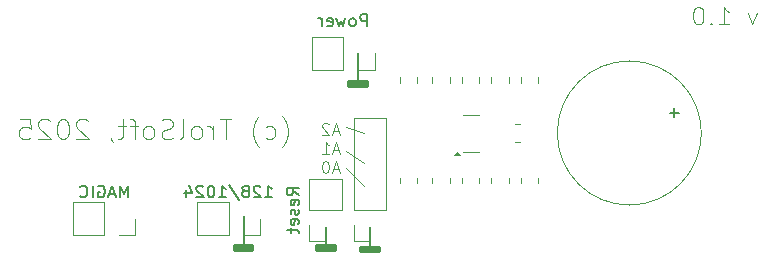
<source format=gbr>
G04 This is an RS-274x file exported by *
G04 gerbv version 2.10.0 *
G04 More information is available about gerbv at *
G04 https://gerbv.github.io/ *
G04 --End of header info--*
%MOIN*%
%FSLAX36Y36*%
%IPPOS*%
G04 --Define apertures--*
%ADD10C,0.0039*%
%ADD11C,0.0079*%
%ADD12C,0.0118*%
%ADD13C,0.0059*%
%ADD14C,0.0047*%
G04 --Start main section--*
G54D10*
G01X6937792Y-2965009D02*
G01X6923732Y-3004379D01*
G01X6923732Y-3004379D02*
G01X6909671Y-2965009D01*
G01X6811246Y-3004379D02*
G01X6844991Y-3004379D01*
G01X6828119Y-3004379D02*
G01X6828119Y-2945324D01*
G01X6828119Y-2945324D02*
G01X6833743Y-2953760D01*
G01X6833743Y-2953760D02*
G01X6839367Y-2959385D01*
G01X6839367Y-2959385D02*
G01X6844991Y-2962197D01*
G01X6785936Y-2998755D02*
G01X6783124Y-3001567D01*
G01X6783124Y-3001567D02*
G01X6785936Y-3004379D01*
G01X6785936Y-3004379D02*
G01X6788748Y-3001567D01*
G01X6788748Y-3001567D02*
G01X6785936Y-2998755D01*
G01X6785936Y-2998755D02*
G01X6785936Y-3004379D01*
G01X6746566Y-2945324D02*
G01X6740942Y-2945324D01*
G01X6740942Y-2945324D02*
G01X6735318Y-2948136D01*
G01X6735318Y-2948136D02*
G01X6732506Y-2950948D01*
G01X6732506Y-2950948D02*
G01X6729693Y-2956573D01*
G01X6729693Y-2956573D02*
G01X6726881Y-2967821D01*
G01X6726881Y-2967821D02*
G01X6726881Y-2981882D01*
G01X6726881Y-2981882D02*
G01X6729693Y-2993130D01*
G01X6729693Y-2993130D02*
G01X6732506Y-2998755D01*
G01X6732506Y-2998755D02*
G01X6735318Y-3001567D01*
G01X6735318Y-3001567D02*
G01X6740942Y-3004379D01*
G01X6740942Y-3004379D02*
G01X6746566Y-3004379D01*
G01X6746566Y-3004379D02*
G01X6752191Y-3001567D01*
G01X6752191Y-3001567D02*
G01X6755003Y-2998755D01*
G01X6755003Y-2998755D02*
G01X6757815Y-2993130D01*
G01X6757815Y-2993130D02*
G01X6760627Y-2981882D01*
G01X6760627Y-2981882D02*
G01X6760627Y-2967821D01*
G01X6760627Y-2967821D02*
G01X6757815Y-2956573D01*
G01X6757815Y-2956573D02*
G01X6755003Y-2950948D01*
G01X6755003Y-2950948D02*
G01X6752191Y-2948136D01*
G01X6752191Y-2948136D02*
G01X6746566Y-2945324D01*
G01X5356053Y-3412771D02*
G01X5359240Y-3409583D01*
G01X5359240Y-3409583D02*
G01X5365614Y-3400022D01*
G01X5365614Y-3400022D02*
G01X5368801Y-3393648D01*
G01X5368801Y-3393648D02*
G01X5371988Y-3384087D01*
G01X5371988Y-3384087D02*
G01X5375175Y-3368151D01*
G01X5375175Y-3368151D02*
G01X5375175Y-3355403D01*
G01X5375175Y-3355403D02*
G01X5371988Y-3339467D01*
G01X5371988Y-3339467D02*
G01X5368801Y-3329906D01*
G01X5368801Y-3329906D02*
G01X5365614Y-3323532D01*
G01X5365614Y-3323532D02*
G01X5359240Y-3313970D01*
G01X5359240Y-3313970D02*
G01X5356053Y-3310783D01*
G01X5301872Y-3384087D02*
G01X5308246Y-3387274D01*
G01X5308246Y-3387274D02*
G01X5320994Y-3387274D01*
G01X5320994Y-3387274D02*
G01X5327369Y-3384087D01*
G01X5327369Y-3384087D02*
G01X5330556Y-3380900D01*
G01X5330556Y-3380900D02*
G01X5333743Y-3374525D01*
G01X5333743Y-3374525D02*
G01X5333743Y-3355403D01*
G01X5333743Y-3355403D02*
G01X5330556Y-3349029D01*
G01X5330556Y-3349029D02*
G01X5327369Y-3345841D01*
G01X5327369Y-3345841D02*
G01X5320994Y-3342654D01*
G01X5320994Y-3342654D02*
G01X5308246Y-3342654D01*
G01X5308246Y-3342654D02*
G01X5301872Y-3345841D01*
G01X5279562Y-3412771D02*
G01X5276375Y-3409583D01*
G01X5276375Y-3409583D02*
G01X5270001Y-3400022D01*
G01X5270001Y-3400022D02*
G01X5266814Y-3393648D01*
G01X5266814Y-3393648D02*
G01X5263627Y-3384087D01*
G01X5263627Y-3384087D02*
G01X5260439Y-3368151D01*
G01X5260439Y-3368151D02*
G01X5260439Y-3355403D01*
G01X5260439Y-3355403D02*
G01X5263627Y-3339467D01*
G01X5263627Y-3339467D02*
G01X5266814Y-3329906D01*
G01X5266814Y-3329906D02*
G01X5270001Y-3323532D01*
G01X5270001Y-3323532D02*
G01X5276375Y-3313970D01*
G01X5276375Y-3313970D02*
G01X5279562Y-3310783D01*
G01X5187136Y-3320345D02*
G01X5148891Y-3320345D01*
G01X5168014Y-3387274D02*
G01X5168014Y-3320345D01*
G01X5126581Y-3387274D02*
G01X5126581Y-3342654D01*
G01X5126581Y-3355403D02*
G01X5123394Y-3349029D01*
G01X5123394Y-3349029D02*
G01X5120207Y-3345841D01*
G01X5120207Y-3345841D02*
G01X5113833Y-3342654D01*
G01X5113833Y-3342654D02*
G01X5107459Y-3342654D01*
G01X5075588Y-3387274D02*
G01X5081962Y-3384087D01*
G01X5081962Y-3384087D02*
G01X5085149Y-3380900D01*
G01X5085149Y-3380900D02*
G01X5088336Y-3374525D01*
G01X5088336Y-3374525D02*
G01X5088336Y-3355403D01*
G01X5088336Y-3355403D02*
G01X5085149Y-3349029D01*
G01X5085149Y-3349029D02*
G01X5081962Y-3345841D01*
G01X5081962Y-3345841D02*
G01X5075588Y-3342654D01*
G01X5075588Y-3342654D02*
G01X5066026Y-3342654D01*
G01X5066026Y-3342654D02*
G01X5059652Y-3345841D01*
G01X5059652Y-3345841D02*
G01X5056465Y-3349029D01*
G01X5056465Y-3349029D02*
G01X5053278Y-3355403D01*
G01X5053278Y-3355403D02*
G01X5053278Y-3374525D01*
G01X5053278Y-3374525D02*
G01X5056465Y-3380900D01*
G01X5056465Y-3380900D02*
G01X5059652Y-3384087D01*
G01X5059652Y-3384087D02*
G01X5066026Y-3387274D01*
G01X5066026Y-3387274D02*
G01X5075588Y-3387274D01*
G01X5015033Y-3387274D02*
G01X5021407Y-3384087D01*
G01X5021407Y-3384087D02*
G01X5024594Y-3377712D01*
G01X5024594Y-3377712D02*
G01X5024594Y-3320345D01*
G01X4992723Y-3384087D02*
G01X4983162Y-3387274D01*
G01X4983162Y-3387274D02*
G01X4967226Y-3387274D01*
G01X4967226Y-3387274D02*
G01X4960852Y-3384087D01*
G01X4960852Y-3384087D02*
G01X4957665Y-3380900D01*
G01X4957665Y-3380900D02*
G01X4954478Y-3374525D01*
G01X4954478Y-3374525D02*
G01X4954478Y-3368151D01*
G01X4954478Y-3368151D02*
G01X4957665Y-3361777D01*
G01X4957665Y-3361777D02*
G01X4960852Y-3358590D01*
G01X4960852Y-3358590D02*
G01X4967226Y-3355403D01*
G01X4967226Y-3355403D02*
G01X4979975Y-3352216D01*
G01X4979975Y-3352216D02*
G01X4986349Y-3349029D01*
G01X4986349Y-3349029D02*
G01X4989536Y-3345841D01*
G01X4989536Y-3345841D02*
G01X4992723Y-3339467D01*
G01X4992723Y-3339467D02*
G01X4992723Y-3333093D01*
G01X4992723Y-3333093D02*
G01X4989536Y-3326719D01*
G01X4989536Y-3326719D02*
G01X4986349Y-3323532D01*
G01X4986349Y-3323532D02*
G01X4979975Y-3320345D01*
G01X4979975Y-3320345D02*
G01X4964039Y-3320345D01*
G01X4964039Y-3320345D02*
G01X4954478Y-3323532D01*
G01X4916233Y-3387274D02*
G01X4922607Y-3384087D01*
G01X4922607Y-3384087D02*
G01X4925794Y-3380900D01*
G01X4925794Y-3380900D02*
G01X4928981Y-3374525D01*
G01X4928981Y-3374525D02*
G01X4928981Y-3355403D01*
G01X4928981Y-3355403D02*
G01X4925794Y-3349029D01*
G01X4925794Y-3349029D02*
G01X4922607Y-3345841D01*
G01X4922607Y-3345841D02*
G01X4916233Y-3342654D01*
G01X4916233Y-3342654D02*
G01X4906671Y-3342654D01*
G01X4906671Y-3342654D02*
G01X4900297Y-3345841D01*
G01X4900297Y-3345841D02*
G01X4897110Y-3349029D01*
G01X4897110Y-3349029D02*
G01X4893923Y-3355403D01*
G01X4893923Y-3355403D02*
G01X4893923Y-3374525D01*
G01X4893923Y-3374525D02*
G01X4897110Y-3380900D01*
G01X4897110Y-3380900D02*
G01X4900297Y-3384087D01*
G01X4900297Y-3384087D02*
G01X4906671Y-3387274D01*
G01X4906671Y-3387274D02*
G01X4916233Y-3387274D01*
G01X4874800Y-3342654D02*
G01X4849303Y-3342654D01*
G01X4865239Y-3387274D02*
G01X4865239Y-3329906D01*
G01X4865239Y-3329906D02*
G01X4862052Y-3323532D01*
G01X4862052Y-3323532D02*
G01X4855678Y-3320345D01*
G01X4855678Y-3320345D02*
G01X4849303Y-3320345D01*
G01X4836555Y-3342654D02*
G01X4811058Y-3342654D01*
G01X4826994Y-3320345D02*
G01X4826994Y-3377712D01*
G01X4826994Y-3377712D02*
G01X4823807Y-3384087D01*
G01X4823807Y-3384087D02*
G01X4817432Y-3387274D01*
G01X4817432Y-3387274D02*
G01X4811058Y-3387274D01*
G01X4785561Y-3384087D02*
G01X4785561Y-3387274D01*
G01X4785561Y-3387274D02*
G01X4788748Y-3393648D01*
G01X4788748Y-3393648D02*
G01X4791936Y-3396835D01*
G01X4709071Y-3326719D02*
G01X4705884Y-3323532D01*
G01X4705884Y-3323532D02*
G01X4699510Y-3320345D01*
G01X4699510Y-3320345D02*
G01X4683574Y-3320345D01*
G01X4683574Y-3320345D02*
G01X4677200Y-3323532D01*
G01X4677200Y-3323532D02*
G01X4674013Y-3326719D01*
G01X4674013Y-3326719D02*
G01X4670826Y-3333093D01*
G01X4670826Y-3333093D02*
G01X4670826Y-3339467D01*
G01X4670826Y-3339467D02*
G01X4674013Y-3349029D01*
G01X4674013Y-3349029D02*
G01X4712258Y-3387274D01*
G01X4712258Y-3387274D02*
G01X4670826Y-3387274D01*
G01X4629393Y-3320345D02*
G01X4623019Y-3320345D01*
G01X4623019Y-3320345D02*
G01X4616645Y-3323532D01*
G01X4616645Y-3323532D02*
G01X4613458Y-3326719D01*
G01X4613458Y-3326719D02*
G01X4610271Y-3333093D01*
G01X4610271Y-3333093D02*
G01X4607084Y-3345841D01*
G01X4607084Y-3345841D02*
G01X4607084Y-3361777D01*
G01X4607084Y-3361777D02*
G01X4610271Y-3374525D01*
G01X4610271Y-3374525D02*
G01X4613458Y-3380900D01*
G01X4613458Y-3380900D02*
G01X4616645Y-3384087D01*
G01X4616645Y-3384087D02*
G01X4623019Y-3387274D01*
G01X4623019Y-3387274D02*
G01X4629393Y-3387274D01*
G01X4629393Y-3387274D02*
G01X4635768Y-3384087D01*
G01X4635768Y-3384087D02*
G01X4638955Y-3380900D01*
G01X4638955Y-3380900D02*
G01X4642142Y-3374525D01*
G01X4642142Y-3374525D02*
G01X4645329Y-3361777D01*
G01X4645329Y-3361777D02*
G01X4645329Y-3345841D01*
G01X4645329Y-3345841D02*
G01X4642142Y-3333093D01*
G01X4642142Y-3333093D02*
G01X4638955Y-3326719D01*
G01X4638955Y-3326719D02*
G01X4635768Y-3323532D01*
G01X4635768Y-3323532D02*
G01X4629393Y-3320345D01*
G01X4581587Y-3326719D02*
G01X4578400Y-3323532D01*
G01X4578400Y-3323532D02*
G01X4572026Y-3320345D01*
G01X4572026Y-3320345D02*
G01X4556090Y-3320345D01*
G01X4556090Y-3320345D02*
G01X4549716Y-3323532D01*
G01X4549716Y-3323532D02*
G01X4546529Y-3326719D01*
G01X4546529Y-3326719D02*
G01X4543342Y-3333093D01*
G01X4543342Y-3333093D02*
G01X4543342Y-3339467D01*
G01X4543342Y-3339467D02*
G01X4546529Y-3349029D01*
G01X4546529Y-3349029D02*
G01X4584774Y-3387274D01*
G01X4584774Y-3387274D02*
G01X4543342Y-3387274D01*
G01X4482787Y-3320345D02*
G01X4514658Y-3320345D01*
G01X4514658Y-3320345D02*
G01X4517845Y-3352216D01*
G01X4517845Y-3352216D02*
G01X4514658Y-3349029D01*
G01X4514658Y-3349029D02*
G01X4508283Y-3345841D01*
G01X4508283Y-3345841D02*
G01X4492348Y-3345841D01*
G01X4492348Y-3345841D02*
G01X4485974Y-3349029D01*
G01X4485974Y-3349029D02*
G01X4482787Y-3352216D01*
G01X4482787Y-3352216D02*
G01X4479600Y-3358590D01*
G01X4479600Y-3358590D02*
G01X4479600Y-3374525D01*
G01X4479600Y-3374525D02*
G01X4482787Y-3380900D01*
G01X4482787Y-3380900D02*
G01X4485974Y-3384087D01*
G01X4485974Y-3384087D02*
G01X4492348Y-3387274D01*
G01X4492348Y-3387274D02*
G01X4508283Y-3387274D01*
G01X4508283Y-3387274D02*
G01X4514658Y-3384087D01*
G01X4514658Y-3384087D02*
G01X4517845Y-3380900D01*
G01X5570866Y-3346457D02*
G01X5629921Y-3366142D01*
G01X5570866Y-3425197D02*
G01X5629921Y-3464567D01*
G01X5570866Y-3484252D02*
G01X5629921Y-3543307D01*
G01X5546210Y-3360898D02*
G01X5527462Y-3360898D01*
G01X5549960Y-3372147D02*
G01X5536836Y-3332777D01*
G01X5536836Y-3332777D02*
G01X5523713Y-3372147D01*
G01X5512464Y-3336526D02*
G01X5510589Y-3334652D01*
G01X5510589Y-3334652D02*
G01X5506840Y-3332777D01*
G01X5506840Y-3332777D02*
G01X5497466Y-3332777D01*
G01X5497466Y-3332777D02*
G01X5493717Y-3334652D01*
G01X5493717Y-3334652D02*
G01X5491842Y-3336526D01*
G01X5491842Y-3336526D02*
G01X5489967Y-3340276D01*
G01X5489967Y-3340276D02*
G01X5489967Y-3344025D01*
G01X5489967Y-3344025D02*
G01X5491842Y-3349650D01*
G01X5491842Y-3349650D02*
G01X5514339Y-3372147D01*
G01X5514339Y-3372147D02*
G01X5489967Y-3372147D01*
G01X5546210Y-3424282D02*
G01X5527462Y-3424282D01*
G01X5549960Y-3435531D02*
G01X5536836Y-3396160D01*
G01X5536836Y-3396160D02*
G01X5523713Y-3435531D01*
G01X5489967Y-3435531D02*
G01X5512464Y-3435531D01*
G01X5501216Y-3435531D02*
G01X5501216Y-3396160D01*
G01X5501216Y-3396160D02*
G01X5504965Y-3401785D01*
G01X5504965Y-3401785D02*
G01X5508715Y-3405534D01*
G01X5508715Y-3405534D02*
G01X5512464Y-3407409D01*
G01X5546210Y-3487666D02*
G01X5527462Y-3487666D01*
G01X5549960Y-3498914D02*
G01X5536836Y-3459544D01*
G01X5536836Y-3459544D02*
G01X5523713Y-3498914D01*
G01X5503090Y-3459544D02*
G01X5499341Y-3459544D01*
G01X5499341Y-3459544D02*
G01X5495591Y-3461419D01*
G01X5495591Y-3461419D02*
G01X5493717Y-3463294D01*
G01X5493717Y-3463294D02*
G01X5491842Y-3467043D01*
G01X5491842Y-3467043D02*
G01X5489967Y-3474542D01*
G01X5489967Y-3474542D02*
G01X5489967Y-3483916D01*
G01X5489967Y-3483916D02*
G01X5491842Y-3491415D01*
G01X5491842Y-3491415D02*
G01X5493717Y-3495165D01*
G01X5493717Y-3495165D02*
G01X5495591Y-3497039D01*
G01X5495591Y-3497039D02*
G01X5499341Y-3498914D01*
G01X5499341Y-3498914D02*
G01X5503090Y-3498914D01*
G01X5503090Y-3498914D02*
G01X5506840Y-3497039D01*
G01X5506840Y-3497039D02*
G01X5508715Y-3495165D01*
G01X5508715Y-3495165D02*
G01X5510589Y-3491415D01*
G01X5510589Y-3491415D02*
G01X5512464Y-3483916D01*
G01X5512464Y-3483916D02*
G01X5512464Y-3474542D01*
G01X5512464Y-3474542D02*
G01X5510589Y-3467043D01*
G01X5510589Y-3467043D02*
G01X5508715Y-3463294D01*
G01X5508715Y-3463294D02*
G01X5506840Y-3461419D01*
G01X5506840Y-3461419D02*
G01X5503090Y-3459544D01*
G54D11*
G01X5610236Y-3100394D02*
G01X5610236Y-3197244D01*
G54D12*
G01X5580709Y-3197244D02*
G01X5639764Y-3197244D01*
G01X5639764Y-3197244D02*
G01X5639764Y-3208661D01*
G01X5639764Y-3208661D02*
G01X5580709Y-3208661D01*
G01X5580709Y-3208661D02*
G01X5580709Y-3197244D01*
G01X5620079Y-3748228D02*
G01X5679134Y-3748228D01*
G01X5679134Y-3748228D02*
G01X5679134Y-3759646D01*
G01X5679134Y-3759646D02*
G01X5620079Y-3759646D01*
G01X5620079Y-3759646D02*
G01X5620079Y-3748228D01*
G01X5198425Y-3744291D02*
G01X5257480Y-3744291D01*
G01X5257480Y-3744291D02*
G01X5257480Y-3755709D01*
G01X5257480Y-3755709D02*
G01X5198425Y-3755709D01*
G01X5198425Y-3755709D02*
G01X5198425Y-3744291D01*
G01X5472441Y-3744291D02*
G01X5531496Y-3744291D01*
G01X5531496Y-3744291D02*
G01X5531496Y-3755709D01*
G01X5531496Y-3755709D02*
G01X5472441Y-3755709D01*
G01X5472441Y-3755709D02*
G01X5472441Y-3744291D01*
G54D11*
G01X5501969Y-3727165D02*
G01X5501969Y-3681102D01*
G01X5501969Y-3727165D02*
G01X5501969Y-3750000D01*
G01X5649606Y-3681102D02*
G01X5649606Y-3759843D01*
G01X5227953Y-3641732D02*
G01X5227953Y-3740157D01*
G54D13*
G01X4842520Y-3580898D02*
G01X4842520Y-3541528D01*
G01X4842520Y-3541528D02*
G01X4829396Y-3569650D01*
G01X4829396Y-3569650D02*
G01X4816273Y-3541528D01*
G01X4816273Y-3541528D02*
G01X4816273Y-3580898D01*
G01X4799400Y-3569650D02*
G01X4780652Y-3569650D01*
G01X4803150Y-3580898D02*
G01X4790026Y-3541528D01*
G01X4790026Y-3541528D02*
G01X4776903Y-3580898D01*
G01X4743157Y-3543403D02*
G01X4746907Y-3541528D01*
G01X4746907Y-3541528D02*
G01X4752531Y-3541528D01*
G01X4752531Y-3541528D02*
G01X4758155Y-3543403D01*
G01X4758155Y-3543403D02*
G01X4761905Y-3547153D01*
G01X4761905Y-3547153D02*
G01X4763779Y-3550902D01*
G01X4763779Y-3550902D02*
G01X4765654Y-3558401D01*
G01X4765654Y-3558401D02*
G01X4765654Y-3564025D01*
G01X4765654Y-3564025D02*
G01X4763779Y-3571525D01*
G01X4763779Y-3571525D02*
G01X4761905Y-3575274D01*
G01X4761905Y-3575274D02*
G01X4758155Y-3579024D01*
G01X4758155Y-3579024D02*
G01X4752531Y-3580898D01*
G01X4752531Y-3580898D02*
G01X4748781Y-3580898D01*
G01X4748781Y-3580898D02*
G01X4743157Y-3579024D01*
G01X4743157Y-3579024D02*
G01X4741282Y-3577149D01*
G01X4741282Y-3577149D02*
G01X4741282Y-3564025D01*
G01X4741282Y-3564025D02*
G01X4748781Y-3564025D01*
G01X4724409Y-3580898D02*
G01X4724409Y-3541528D01*
G01X4683165Y-3577149D02*
G01X4685039Y-3579024D01*
G01X4685039Y-3579024D02*
G01X4690664Y-3580898D01*
G01X4690664Y-3580898D02*
G01X4694413Y-3580898D01*
G01X4694413Y-3580898D02*
G01X4700037Y-3579024D01*
G01X4700037Y-3579024D02*
G01X4703787Y-3575274D01*
G01X4703787Y-3575274D02*
G01X4705662Y-3571525D01*
G01X4705662Y-3571525D02*
G01X4707537Y-3564025D01*
G01X4707537Y-3564025D02*
G01X4707537Y-3558401D01*
G01X4707537Y-3558401D02*
G01X4705662Y-3550902D01*
G01X4705662Y-3550902D02*
G01X4703787Y-3547153D01*
G01X4703787Y-3547153D02*
G01X4700037Y-3543403D01*
G01X4700037Y-3543403D02*
G01X4694413Y-3541528D01*
G01X4694413Y-3541528D02*
G01X4690664Y-3541528D01*
G01X4690664Y-3541528D02*
G01X4685039Y-3543403D01*
G01X4685039Y-3543403D02*
G01X4683165Y-3545278D01*
G01X5299025Y-3580898D02*
G01X5321522Y-3580898D01*
G01X5310274Y-3580898D02*
G01X5310274Y-3541528D01*
G01X5310274Y-3541528D02*
G01X5314023Y-3547153D01*
G01X5314023Y-3547153D02*
G01X5317773Y-3550902D01*
G01X5317773Y-3550902D02*
G01X5321522Y-3552777D01*
G01X5284027Y-3545278D02*
G01X5282152Y-3543403D01*
G01X5282152Y-3543403D02*
G01X5278403Y-3541528D01*
G01X5278403Y-3541528D02*
G01X5269029Y-3541528D01*
G01X5269029Y-3541528D02*
G01X5265279Y-3543403D01*
G01X5265279Y-3543403D02*
G01X5263405Y-3545278D01*
G01X5263405Y-3545278D02*
G01X5261530Y-3549027D01*
G01X5261530Y-3549027D02*
G01X5261530Y-3552777D01*
G01X5261530Y-3552777D02*
G01X5263405Y-3558401D01*
G01X5263405Y-3558401D02*
G01X5285902Y-3580898D01*
G01X5285902Y-3580898D02*
G01X5261530Y-3580898D01*
G01X5239033Y-3558401D02*
G01X5242782Y-3556526D01*
G01X5242782Y-3556526D02*
G01X5244657Y-3554652D01*
G01X5244657Y-3554652D02*
G01X5246532Y-3550902D01*
G01X5246532Y-3550902D02*
G01X5246532Y-3549027D01*
G01X5246532Y-3549027D02*
G01X5244657Y-3545278D01*
G01X5244657Y-3545278D02*
G01X5242782Y-3543403D01*
G01X5242782Y-3543403D02*
G01X5239033Y-3541528D01*
G01X5239033Y-3541528D02*
G01X5231534Y-3541528D01*
G01X5231534Y-3541528D02*
G01X5227784Y-3543403D01*
G01X5227784Y-3543403D02*
G01X5225909Y-3545278D01*
G01X5225909Y-3545278D02*
G01X5224034Y-3549027D01*
G01X5224034Y-3549027D02*
G01X5224034Y-3550902D01*
G01X5224034Y-3550902D02*
G01X5225909Y-3554652D01*
G01X5225909Y-3554652D02*
G01X5227784Y-3556526D01*
G01X5227784Y-3556526D02*
G01X5231534Y-3558401D01*
G01X5231534Y-3558401D02*
G01X5239033Y-3558401D01*
G01X5239033Y-3558401D02*
G01X5242782Y-3560276D01*
G01X5242782Y-3560276D02*
G01X5244657Y-3562151D01*
G01X5244657Y-3562151D02*
G01X5246532Y-3565900D01*
G01X5246532Y-3565900D02*
G01X5246532Y-3573399D01*
G01X5246532Y-3573399D02*
G01X5244657Y-3577149D01*
G01X5244657Y-3577149D02*
G01X5242782Y-3579024D01*
G01X5242782Y-3579024D02*
G01X5239033Y-3580898D01*
G01X5239033Y-3580898D02*
G01X5231534Y-3580898D01*
G01X5231534Y-3580898D02*
G01X5227784Y-3579024D01*
G01X5227784Y-3579024D02*
G01X5225909Y-3577149D01*
G01X5225909Y-3577149D02*
G01X5224034Y-3573399D01*
G01X5224034Y-3573399D02*
G01X5224034Y-3565900D01*
G01X5224034Y-3565900D02*
G01X5225909Y-3562151D01*
G01X5225909Y-3562151D02*
G01X5227784Y-3560276D01*
G01X5227784Y-3560276D02*
G01X5231534Y-3558401D01*
G01X5179040Y-3539654D02*
G01X5212786Y-3590272D01*
G01X5145294Y-3580898D02*
G01X5167791Y-3580898D01*
G01X5156543Y-3580898D02*
G01X5156543Y-3541528D01*
G01X5156543Y-3541528D02*
G01X5160292Y-3547153D01*
G01X5160292Y-3547153D02*
G01X5164042Y-3550902D01*
G01X5164042Y-3550902D02*
G01X5167791Y-3552777D01*
G01X5120922Y-3541528D02*
G01X5117173Y-3541528D01*
G01X5117173Y-3541528D02*
G01X5113423Y-3543403D01*
G01X5113423Y-3543403D02*
G01X5111549Y-3545278D01*
G01X5111549Y-3545278D02*
G01X5109674Y-3549027D01*
G01X5109674Y-3549027D02*
G01X5107799Y-3556526D01*
G01X5107799Y-3556526D02*
G01X5107799Y-3565900D01*
G01X5107799Y-3565900D02*
G01X5109674Y-3573399D01*
G01X5109674Y-3573399D02*
G01X5111549Y-3577149D01*
G01X5111549Y-3577149D02*
G01X5113423Y-3579024D01*
G01X5113423Y-3579024D02*
G01X5117173Y-3580898D01*
G01X5117173Y-3580898D02*
G01X5120922Y-3580898D01*
G01X5120922Y-3580898D02*
G01X5124672Y-3579024D01*
G01X5124672Y-3579024D02*
G01X5126547Y-3577149D01*
G01X5126547Y-3577149D02*
G01X5128421Y-3573399D01*
G01X5128421Y-3573399D02*
G01X5130296Y-3565900D01*
G01X5130296Y-3565900D02*
G01X5130296Y-3556526D01*
G01X5130296Y-3556526D02*
G01X5128421Y-3549027D01*
G01X5128421Y-3549027D02*
G01X5126547Y-3545278D01*
G01X5126547Y-3545278D02*
G01X5124672Y-3543403D01*
G01X5124672Y-3543403D02*
G01X5120922Y-3541528D01*
G01X5092801Y-3545278D02*
G01X5090926Y-3543403D01*
G01X5090926Y-3543403D02*
G01X5087177Y-3541528D01*
G01X5087177Y-3541528D02*
G01X5077803Y-3541528D01*
G01X5077803Y-3541528D02*
G01X5074053Y-3543403D01*
G01X5074053Y-3543403D02*
G01X5072178Y-3545278D01*
G01X5072178Y-3545278D02*
G01X5070304Y-3549027D01*
G01X5070304Y-3549027D02*
G01X5070304Y-3552777D01*
G01X5070304Y-3552777D02*
G01X5072178Y-3558401D01*
G01X5072178Y-3558401D02*
G01X5094676Y-3580898D01*
G01X5094676Y-3580898D02*
G01X5070304Y-3580898D01*
G01X5036558Y-3554652D02*
G01X5036558Y-3580898D01*
G01X5045932Y-3539654D02*
G01X5055306Y-3567775D01*
G01X5055306Y-3567775D02*
G01X5030934Y-3567775D01*
G01X6678384Y-3298184D02*
G01X6648388Y-3298184D01*
G01X6663386Y-3313182D02*
G01X6663386Y-3283186D01*
G01X5411607Y-3573303D02*
G01X5392859Y-3560180D01*
G01X5411607Y-3550806D02*
G01X5372237Y-3550806D01*
G01X5372237Y-3550806D02*
G01X5372237Y-3565804D01*
G01X5372237Y-3565804D02*
G01X5374112Y-3569554D01*
G01X5374112Y-3569554D02*
G01X5375986Y-3571429D01*
G01X5375986Y-3571429D02*
G01X5379736Y-3573303D01*
G01X5379736Y-3573303D02*
G01X5385360Y-3573303D01*
G01X5385360Y-3573303D02*
G01X5389110Y-3571429D01*
G01X5389110Y-3571429D02*
G01X5390985Y-3569554D01*
G01X5390985Y-3569554D02*
G01X5392859Y-3565804D01*
G01X5392859Y-3565804D02*
G01X5392859Y-3550806D01*
G01X5409732Y-3605174D02*
G01X5411607Y-3601425D01*
G01X5411607Y-3601425D02*
G01X5411607Y-3593926D01*
G01X5411607Y-3593926D02*
G01X5409732Y-3590176D01*
G01X5409732Y-3590176D02*
G01X5405983Y-3588301D01*
G01X5405983Y-3588301D02*
G01X5390985Y-3588301D01*
G01X5390985Y-3588301D02*
G01X5387235Y-3590176D01*
G01X5387235Y-3590176D02*
G01X5385360Y-3593926D01*
G01X5385360Y-3593926D02*
G01X5385360Y-3601425D01*
G01X5385360Y-3601425D02*
G01X5387235Y-3605174D01*
G01X5387235Y-3605174D02*
G01X5390985Y-3607049D01*
G01X5390985Y-3607049D02*
G01X5394734Y-3607049D01*
G01X5394734Y-3607049D02*
G01X5398484Y-3588301D01*
G01X5409732Y-3622047D02*
G01X5411607Y-3625797D01*
G01X5411607Y-3625797D02*
G01X5411607Y-3633296D01*
G01X5411607Y-3633296D02*
G01X5409732Y-3637045D01*
G01X5409732Y-3637045D02*
G01X5405983Y-3638920D01*
G01X5405983Y-3638920D02*
G01X5404108Y-3638920D01*
G01X5404108Y-3638920D02*
G01X5400358Y-3637045D01*
G01X5400358Y-3637045D02*
G01X5398484Y-3633296D01*
G01X5398484Y-3633296D02*
G01X5398484Y-3627672D01*
G01X5398484Y-3627672D02*
G01X5396609Y-3623922D01*
G01X5396609Y-3623922D02*
G01X5392859Y-3622047D01*
G01X5392859Y-3622047D02*
G01X5390985Y-3622047D01*
G01X5390985Y-3622047D02*
G01X5387235Y-3623922D01*
G01X5387235Y-3623922D02*
G01X5385360Y-3627672D01*
G01X5385360Y-3627672D02*
G01X5385360Y-3633296D01*
G01X5385360Y-3633296D02*
G01X5387235Y-3637045D01*
G01X5409732Y-3670791D02*
G01X5411607Y-3667042D01*
G01X5411607Y-3667042D02*
G01X5411607Y-3659543D01*
G01X5411607Y-3659543D02*
G01X5409732Y-3655793D01*
G01X5409732Y-3655793D02*
G01X5405983Y-3653918D01*
G01X5405983Y-3653918D02*
G01X5390985Y-3653918D01*
G01X5390985Y-3653918D02*
G01X5387235Y-3655793D01*
G01X5387235Y-3655793D02*
G01X5385360Y-3659543D01*
G01X5385360Y-3659543D02*
G01X5385360Y-3667042D01*
G01X5385360Y-3667042D02*
G01X5387235Y-3670791D01*
G01X5387235Y-3670791D02*
G01X5390985Y-3672666D01*
G01X5390985Y-3672666D02*
G01X5394734Y-3672666D01*
G01X5394734Y-3672666D02*
G01X5398484Y-3653918D01*
G01X5385360Y-3683915D02*
G01X5385360Y-3698913D01*
G01X5372237Y-3689539D02*
G01X5405983Y-3689539D01*
G01X5405983Y-3689539D02*
G01X5409732Y-3691414D01*
G01X5409732Y-3691414D02*
G01X5411607Y-3695163D01*
G01X5411607Y-3695163D02*
G01X5411607Y-3698913D01*
G01X5638826Y-3010032D02*
G01X5638826Y-2970662D01*
G01X5638826Y-2970662D02*
G01X5623828Y-2970662D01*
G01X5623828Y-2970662D02*
G01X5620079Y-2972537D01*
G01X5620079Y-2972537D02*
G01X5618204Y-2974412D01*
G01X5618204Y-2974412D02*
G01X5616329Y-2978161D01*
G01X5616329Y-2978161D02*
G01X5616329Y-2983786D01*
G01X5616329Y-2983786D02*
G01X5618204Y-2987535D01*
G01X5618204Y-2987535D02*
G01X5620079Y-2989410D01*
G01X5620079Y-2989410D02*
G01X5623828Y-2991285D01*
G01X5623828Y-2991285D02*
G01X5638826Y-2991285D01*
G01X5593832Y-3010032D02*
G01X5597582Y-3008157D01*
G01X5597582Y-3008157D02*
G01X5599456Y-3006283D01*
G01X5599456Y-3006283D02*
G01X5601331Y-3002533D01*
G01X5601331Y-3002533D02*
G01X5601331Y-2991285D01*
G01X5601331Y-2991285D02*
G01X5599456Y-2987535D01*
G01X5599456Y-2987535D02*
G01X5597582Y-2985660D01*
G01X5597582Y-2985660D02*
G01X5593832Y-2983786D01*
G01X5593832Y-2983786D02*
G01X5588208Y-2983786D01*
G01X5588208Y-2983786D02*
G01X5584458Y-2985660D01*
G01X5584458Y-2985660D02*
G01X5582583Y-2987535D01*
G01X5582583Y-2987535D02*
G01X5580709Y-2991285D01*
G01X5580709Y-2991285D02*
G01X5580709Y-3002533D01*
G01X5580709Y-3002533D02*
G01X5582583Y-3006283D01*
G01X5582583Y-3006283D02*
G01X5584458Y-3008157D01*
G01X5584458Y-3008157D02*
G01X5588208Y-3010032D01*
G01X5588208Y-3010032D02*
G01X5593832Y-3010032D01*
G01X5567585Y-2983786D02*
G01X5560086Y-3010032D01*
G01X5560086Y-3010032D02*
G01X5552587Y-2991285D01*
G01X5552587Y-2991285D02*
G01X5545088Y-3010032D01*
G01X5545088Y-3010032D02*
G01X5537589Y-2983786D01*
G01X5507593Y-3008157D02*
G01X5511342Y-3010032D01*
G01X5511342Y-3010032D02*
G01X5518841Y-3010032D01*
G01X5518841Y-3010032D02*
G01X5522591Y-3008157D01*
G01X5522591Y-3008157D02*
G01X5524466Y-3004408D01*
G01X5524466Y-3004408D02*
G01X5524466Y-2989410D01*
G01X5524466Y-2989410D02*
G01X5522591Y-2985660D01*
G01X5522591Y-2985660D02*
G01X5518841Y-2983786D01*
G01X5518841Y-2983786D02*
G01X5511342Y-2983786D01*
G01X5511342Y-2983786D02*
G01X5507593Y-2985660D01*
G01X5507593Y-2985660D02*
G01X5505718Y-2989410D01*
G01X5505718Y-2989410D02*
G01X5505718Y-2993159D01*
G01X5505718Y-2993159D02*
G01X5524466Y-2996909D01*
G01X5488845Y-3010032D02*
G01X5488845Y-2983786D01*
G01X5488845Y-2991285D02*
G01X5486970Y-2987535D01*
G01X5486970Y-2987535D02*
G01X5485096Y-2985660D01*
G01X5485096Y-2985660D02*
G01X5481346Y-2983786D01*
G01X5481346Y-2983786D02*
G01X5477597Y-2983786D01*
G54D14*
G01X4867323Y-3705906D02*
G01X4867323Y-3651575D01*
G01X4812992Y-3705906D02*
G01X4867323Y-3705906D01*
G01X4762992Y-3705906D02*
G01X4658661Y-3705906D01*
G01X4762992Y-3705906D02*
G01X4762992Y-3597244D01*
G01X4658661Y-3705906D02*
G01X4658661Y-3597244D01*
G01X4762992Y-3597244D02*
G01X4658661Y-3597244D01*
G01X5282283Y-3705906D02*
G01X5282283Y-3651575D01*
G01X5227953Y-3705906D02*
G01X5282283Y-3705906D01*
G01X5177953Y-3705906D02*
G01X5073622Y-3705906D01*
G01X5177953Y-3705906D02*
G01X5177953Y-3597244D01*
G01X5073622Y-3705906D02*
G01X5073622Y-3597244D01*
G01X5177953Y-3597244D02*
G01X5073622Y-3597244D01*
G01X6753937Y-3366142D02*
G75*
G02X6273622Y-3366142I-240157J0000000D01*
G01X6273622Y-3366142D02*
G75*
G02X6753937Y-3366142I0240157J0000000D01*
G01X6132793Y-3395079D02*
G01X6150672Y-3395079D01*
G01X6132793Y-3337205D02*
G01X6150672Y-3337205D01*
G01X6013189Y-3532562D02*
G01X6013189Y-3514683D01*
G01X5955315Y-3532562D02*
G01X5955315Y-3514683D01*
G01X5986220Y-3430020D02*
G01X5960630Y-3430020D01*
G01X5986220Y-3430020D02*
G01X6011811Y-3430020D01*
G01X5986220Y-3307185D02*
G01X5960630Y-3307185D01*
G01X5986220Y-3307185D02*
G01X6011811Y-3307185D01*
G01X5949902Y-3441043D02*
G01X5931004Y-3441043D01*
G01X5931004Y-3441043D02*
G01X5940453Y-3428051D01*
G01X5940453Y-3428051D02*
G01X5949902Y-3441043D01*
G36*
G01X5949902Y-3441043D02*
G01X5931004Y-3441043D01*
G01X5940453Y-3428051D01*
G01X5949902Y-3441043D01*
G37*
G01X6152165Y-3514683D02*
G01X6152165Y-3532562D01*
G01X6210039Y-3514683D02*
G01X6210039Y-3532562D01*
G01X5806496Y-3197916D02*
G01X5806496Y-3180037D01*
G01X5748622Y-3197916D02*
G01X5748622Y-3180037D01*
G01X5914764Y-3197916D02*
G01X5914764Y-3180037D01*
G01X5856890Y-3197916D02*
G01X5856890Y-3180037D01*
G01X5748622Y-3514683D02*
G01X5748622Y-3532562D01*
G01X5806496Y-3514683D02*
G01X5806496Y-3532562D01*
G01X5856890Y-3514683D02*
G01X5856890Y-3532562D01*
G01X5914764Y-3514683D02*
G01X5914764Y-3532562D01*
G01X6053740Y-3514683D02*
G01X6053740Y-3532562D01*
G01X6111614Y-3514683D02*
G01X6111614Y-3532562D01*
G01X6210039Y-3197916D02*
G01X6210039Y-3180037D01*
G01X6152165Y-3197916D02*
G01X6152165Y-3180037D01*
G01X6111614Y-3197916D02*
G01X6111614Y-3180037D01*
G01X6053740Y-3197916D02*
G01X6053740Y-3180037D01*
G01X5955315Y-3180037D02*
G01X5955315Y-3197916D01*
G01X6013189Y-3180037D02*
G01X6013189Y-3197916D01*
G01X5447638Y-3727165D02*
G01X5501969Y-3727165D01*
G01X5447638Y-3672835D02*
G01X5447638Y-3727165D01*
G01X5447638Y-3622835D02*
G01X5447638Y-3518504D01*
G01X5447638Y-3622835D02*
G01X5556299Y-3622835D01*
G01X5447638Y-3518504D02*
G01X5556299Y-3518504D01*
G01X5556299Y-3622835D02*
G01X5556299Y-3518504D01*
G01X5595276Y-3725591D02*
G01X5649606Y-3725591D01*
G01X5595276Y-3671260D02*
G01X5595276Y-3725591D01*
G01X5595276Y-3621260D02*
G01X5595276Y-3316929D01*
G01X5595276Y-3621260D02*
G01X5703937Y-3621260D01*
G01X5595276Y-3316929D02*
G01X5703937Y-3316929D01*
G01X5703937Y-3621260D02*
G01X5703937Y-3316929D01*
G01X5664567Y-3154724D02*
G01X5664567Y-3100394D01*
G01X5610236Y-3154724D02*
G01X5664567Y-3154724D01*
G01X5560236Y-3154724D02*
G01X5455906Y-3154724D01*
G01X5560236Y-3154724D02*
G01X5560236Y-3046063D01*
G01X5455906Y-3154724D02*
G01X5455906Y-3046063D01*
G01X5560236Y-3046063D02*
G01X5455906Y-3046063D01*
M02*

</source>
